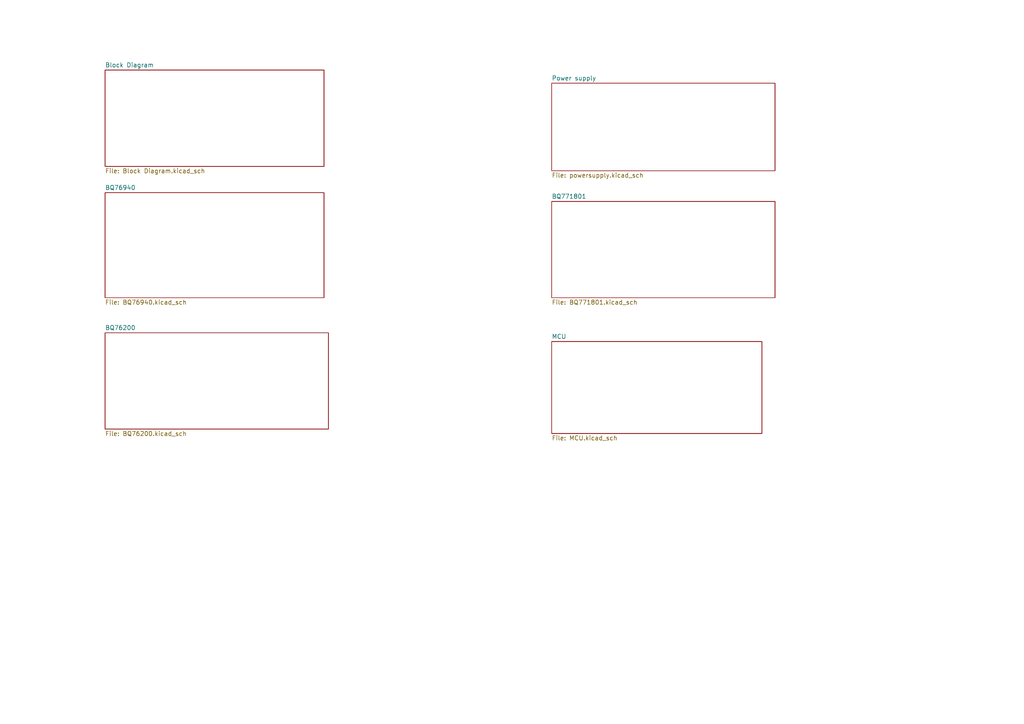
<source format=kicad_sch>
(kicad_sch
	(version 20250114)
	(generator "eeschema")
	(generator_version "9.0")
	(uuid "93624266-d033-45b0-a7e3-71c8fb9e1923")
	(paper "A4")
	(lib_symbols)
	(sheet
		(at 30.48 55.88)
		(size 63.5 30.48)
		(exclude_from_sim no)
		(in_bom yes)
		(on_board yes)
		(dnp no)
		(fields_autoplaced yes)
		(stroke
			(width 0.1524)
			(type solid)
		)
		(fill
			(color 0 0 0 0.0000)
		)
		(uuid "0724fa51-b70c-4d4e-af78-35d078068dd7")
		(property "Sheetname" "BQ76940"
			(at 30.48 55.1684 0)
			(effects
				(font
					(size 1.27 1.27)
				)
				(justify left bottom)
			)
		)
		(property "Sheetfile" "BQ76940.kicad_sch"
			(at 30.48 86.9446 0)
			(effects
				(font
					(size 1.27 1.27)
				)
				(justify left top)
			)
		)
		(instances
			(project "TIDA_010030"
				(path "/93624266-d033-45b0-a7e3-71c8fb9e1923"
					(page "3")
				)
			)
		)
	)
	(sheet
		(at 160.02 99.06)
		(size 60.96 26.67)
		(exclude_from_sim no)
		(in_bom yes)
		(on_board yes)
		(dnp no)
		(fields_autoplaced yes)
		(stroke
			(width 0.1524)
			(type solid)
		)
		(fill
			(color 0 0 0 0.0000)
		)
		(uuid "204291aa-1e23-4c7e-9f9b-1f43ae0c9a4e")
		(property "Sheetname" "MCU"
			(at 160.02 98.3484 0)
			(effects
				(font
					(size 1.27 1.27)
				)
				(justify left bottom)
			)
		)
		(property "Sheetfile" "MCU.kicad_sch"
			(at 160.02 126.3146 0)
			(effects
				(font
					(size 1.27 1.27)
				)
				(justify left top)
			)
		)
		(instances
			(project "TIDA_010030"
				(path "/93624266-d033-45b0-a7e3-71c8fb9e1923"
					(page "8")
				)
			)
		)
	)
	(sheet
		(at 160.02 58.42)
		(size 64.77 27.94)
		(exclude_from_sim no)
		(in_bom yes)
		(on_board yes)
		(dnp no)
		(fields_autoplaced yes)
		(stroke
			(width 0.1524)
			(type solid)
		)
		(fill
			(color 0 0 0 0.0000)
		)
		(uuid "2ef66fbd-c44b-46b9-b681-1033b2aab5d4")
		(property "Sheetname" "BQ771801"
			(at 160.02 57.7084 0)
			(effects
				(font
					(size 1.27 1.27)
				)
				(justify left bottom)
			)
		)
		(property "Sheetfile" "BQ771801.kicad_sch"
			(at 160.02 86.9446 0)
			(effects
				(font
					(size 1.27 1.27)
				)
				(justify left top)
			)
		)
		(instances
			(project "TIDA_010030"
				(path "/93624266-d033-45b0-a7e3-71c8fb9e1923"
					(page "7")
				)
			)
		)
	)
	(sheet
		(at 30.48 20.32)
		(size 63.5 27.94)
		(exclude_from_sim no)
		(in_bom yes)
		(on_board yes)
		(dnp no)
		(fields_autoplaced yes)
		(stroke
			(width 0.1524)
			(type solid)
		)
		(fill
			(color 0 0 0 0.0000)
		)
		(uuid "466292ed-1b23-43ed-bd52-367f366dc8c2")
		(property "Sheetname" "Block Diagram"
			(at 30.48 19.6084 0)
			(effects
				(font
					(size 1.27 1.27)
				)
				(justify left bottom)
			)
		)
		(property "Sheetfile" "Block Diagram.kicad_sch"
			(at 30.48 48.8446 0)
			(effects
				(font
					(size 1.27 1.27)
				)
				(justify left top)
			)
		)
		(instances
			(project "TIDA_010030"
				(path "/93624266-d033-45b0-a7e3-71c8fb9e1923"
					(page "2")
				)
			)
		)
	)
	(sheet
		(at 30.48 96.52)
		(size 64.77 27.94)
		(exclude_from_sim no)
		(in_bom yes)
		(on_board yes)
		(dnp no)
		(fields_autoplaced yes)
		(stroke
			(width 0.1524)
			(type solid)
		)
		(fill
			(color 0 0 0 0.0000)
		)
		(uuid "af2b3a17-b54a-4d75-bf09-7f9b4c9ec355")
		(property "Sheetname" "BQ76200"
			(at 30.48 95.8084 0)
			(effects
				(font
					(size 1.27 1.27)
				)
				(justify left bottom)
			)
		)
		(property "Sheetfile" "BQ76200.kicad_sch"
			(at 30.48 125.0446 0)
			(effects
				(font
					(size 1.27 1.27)
				)
				(justify left top)
			)
		)
		(instances
			(project "TIDA_010030"
				(path "/93624266-d033-45b0-a7e3-71c8fb9e1923"
					(page "5")
				)
			)
		)
	)
	(sheet
		(at 160.02 24.13)
		(size 64.77 25.4)
		(exclude_from_sim no)
		(in_bom yes)
		(on_board yes)
		(dnp no)
		(fields_autoplaced yes)
		(stroke
			(width 0.1524)
			(type solid)
		)
		(fill
			(color 0 0 0 0.0000)
		)
		(uuid "bb289fd8-f091-46d4-9ebd-b11891629dd7")
		(property "Sheetname" "Power supply"
			(at 160.02 23.4184 0)
			(effects
				(font
					(size 1.27 1.27)
				)
				(justify left bottom)
			)
		)
		(property "Sheetfile" "powersupply.kicad_sch"
			(at 160.02 50.1146 0)
			(effects
				(font
					(size 1.27 1.27)
				)
				(justify left top)
			)
		)
		(instances
			(project "TIDA_010030"
				(path "/93624266-d033-45b0-a7e3-71c8fb9e1923"
					(page "6")
				)
			)
		)
	)
	(sheet_instances
		(path "/"
			(page "1")
		)
	)
	(embedded_fonts no)
)

</source>
